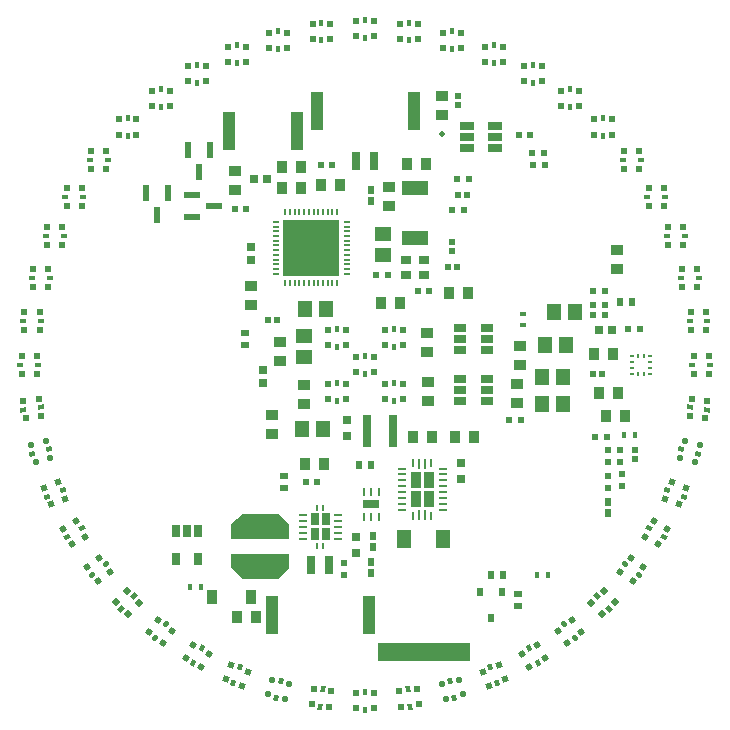
<source format=gtp>
G04 Layer_Color=8421504*
%FSLAX25Y25*%
%MOIN*%
G70*
G01*
G75*
%ADD10R,0.01969X0.01969*%
%ADD11R,0.01575X0.01969*%
%ADD12R,0.01969X0.01969*%
%ADD13R,0.01969X0.01575*%
%ADD14P,0.02784X4X322.5*%
G04:AMPARAMS|DCode=15|XSize=15.75mil|YSize=19.69mil|CornerRadius=0mil|HoleSize=0mil|Usage=FLASHONLY|Rotation=277.500|XOffset=0mil|YOffset=0mil|HoleType=Round|Shape=Rectangle|*
%AMROTATEDRECTD15*
4,1,4,-0.01079,0.00652,0.00873,0.00909,0.01079,-0.00652,-0.00873,-0.00909,-0.01079,0.00652,0.0*
%
%ADD15ROTATEDRECTD15*%

%ADD16P,0.02784X4X330.0*%
G04:AMPARAMS|DCode=17|XSize=15.75mil|YSize=19.69mil|CornerRadius=0mil|HoleSize=0mil|Usage=FLASHONLY|Rotation=285.000|XOffset=0mil|YOffset=0mil|HoleType=Round|Shape=Rectangle|*
%AMROTATEDRECTD17*
4,1,4,-0.01155,0.00506,0.00747,0.01015,0.01155,-0.00506,-0.00747,-0.01015,-0.01155,0.00506,0.0*
%
%ADD17ROTATEDRECTD17*%

%ADD18P,0.02784X4X337.5*%
G04:AMPARAMS|DCode=19|XSize=15.75mil|YSize=19.69mil|CornerRadius=0mil|HoleSize=0mil|Usage=FLASHONLY|Rotation=292.500|XOffset=0mil|YOffset=0mil|HoleType=Round|Shape=Rectangle|*
%AMROTATEDRECTD19*
4,1,4,-0.01211,0.00351,0.00608,0.01104,0.01211,-0.00351,-0.00608,-0.01104,-0.01211,0.00351,0.0*
%
%ADD19ROTATEDRECTD19*%

%ADD20P,0.02784X4X345.0*%
G04:AMPARAMS|DCode=21|XSize=15.75mil|YSize=19.69mil|CornerRadius=0mil|HoleSize=0mil|Usage=FLASHONLY|Rotation=300.000|XOffset=0mil|YOffset=0mil|HoleType=Round|Shape=Rectangle|*
%AMROTATEDRECTD21*
4,1,4,-0.01246,0.00190,0.00459,0.01174,0.01246,-0.00190,-0.00459,-0.01174,-0.01246,0.00190,0.0*
%
%ADD21ROTATEDRECTD21*%

%ADD22P,0.02784X4X352.5*%
G04:AMPARAMS|DCode=23|XSize=15.75mil|YSize=19.69mil|CornerRadius=0mil|HoleSize=0mil|Usage=FLASHONLY|Rotation=307.500|XOffset=0mil|YOffset=0mil|HoleType=Round|Shape=Rectangle|*
%AMROTATEDRECTD23*
4,1,4,-0.01260,0.00026,0.00302,0.01224,0.01260,-0.00026,-0.00302,-0.01224,-0.01260,0.00026,0.0*
%
%ADD23ROTATEDRECTD23*%

%ADD24P,0.02784X4X360.0*%
G04:AMPARAMS|DCode=25|XSize=15.75mil|YSize=19.69mil|CornerRadius=0mil|HoleSize=0mil|Usage=FLASHONLY|Rotation=315.000|XOffset=0mil|YOffset=0mil|HoleType=Round|Shape=Rectangle|*
%AMROTATEDRECTD25*
4,1,4,-0.01253,-0.00139,0.00139,0.01253,0.01253,0.00139,-0.00139,-0.01253,-0.01253,-0.00139,0.0*
%
%ADD25ROTATEDRECTD25*%

%ADD26P,0.02784X4X367.5*%
G04:AMPARAMS|DCode=27|XSize=15.75mil|YSize=19.69mil|CornerRadius=0mil|HoleSize=0mil|Usage=FLASHONLY|Rotation=322.500|XOffset=0mil|YOffset=0mil|HoleType=Round|Shape=Rectangle|*
%AMROTATEDRECTD27*
4,1,4,-0.01224,-0.00302,-0.00026,0.01260,0.01224,0.00302,0.00026,-0.01260,-0.01224,-0.00302,0.0*
%
%ADD27ROTATEDRECTD27*%

%ADD28P,0.02784X4X375.0*%
G04:AMPARAMS|DCode=29|XSize=15.75mil|YSize=19.69mil|CornerRadius=0mil|HoleSize=0mil|Usage=FLASHONLY|Rotation=330.000|XOffset=0mil|YOffset=0mil|HoleType=Round|Shape=Rectangle|*
%AMROTATEDRECTD29*
4,1,4,-0.01174,-0.00459,-0.00190,0.01246,0.01174,0.00459,0.00190,-0.01246,-0.01174,-0.00459,0.0*
%
%ADD29ROTATEDRECTD29*%

%ADD30P,0.02784X4X382.5*%
G04:AMPARAMS|DCode=31|XSize=15.75mil|YSize=19.69mil|CornerRadius=0mil|HoleSize=0mil|Usage=FLASHONLY|Rotation=337.500|XOffset=0mil|YOffset=0mil|HoleType=Round|Shape=Rectangle|*
%AMROTATEDRECTD31*
4,1,4,-0.01104,-0.00608,-0.00351,0.01211,0.01104,0.00608,0.00351,-0.01211,-0.01104,-0.00608,0.0*
%
%ADD31ROTATEDRECTD31*%

%ADD32P,0.02784X4X390.0*%
G04:AMPARAMS|DCode=33|XSize=15.75mil|YSize=19.69mil|CornerRadius=0mil|HoleSize=0mil|Usage=FLASHONLY|Rotation=345.000|XOffset=0mil|YOffset=0mil|HoleType=Round|Shape=Rectangle|*
%AMROTATEDRECTD33*
4,1,4,-0.01015,-0.00747,-0.00506,0.01155,0.01015,0.00747,0.00506,-0.01155,-0.01015,-0.00747,0.0*
%
%ADD33ROTATEDRECTD33*%

%ADD34P,0.02784X4X397.5*%
G04:AMPARAMS|DCode=35|XSize=15.75mil|YSize=19.69mil|CornerRadius=0mil|HoleSize=0mil|Usage=FLASHONLY|Rotation=352.500|XOffset=0mil|YOffset=0mil|HoleType=Round|Shape=Rectangle|*
%AMROTATEDRECTD35*
4,1,4,-0.00909,-0.00873,-0.00652,0.01079,0.00909,0.00873,0.00652,-0.01079,-0.00909,-0.00873,0.0*
%
%ADD35ROTATEDRECTD35*%

%ADD36P,0.02784X4X52.5*%
G04:AMPARAMS|DCode=37|XSize=15.75mil|YSize=19.69mil|CornerRadius=0mil|HoleSize=0mil|Usage=FLASHONLY|Rotation=7.500|XOffset=0mil|YOffset=0mil|HoleType=Round|Shape=Rectangle|*
%AMROTATEDRECTD37*
4,1,4,-0.00652,-0.01079,-0.00909,0.00873,0.00652,0.01079,0.00909,-0.00873,-0.00652,-0.01079,0.0*
%
%ADD37ROTATEDRECTD37*%

%ADD38P,0.02784X4X60.0*%
G04:AMPARAMS|DCode=39|XSize=15.75mil|YSize=19.69mil|CornerRadius=0mil|HoleSize=0mil|Usage=FLASHONLY|Rotation=15.000|XOffset=0mil|YOffset=0mil|HoleType=Round|Shape=Rectangle|*
%AMROTATEDRECTD39*
4,1,4,-0.00506,-0.01155,-0.01015,0.00747,0.00506,0.01155,0.01015,-0.00747,-0.00506,-0.01155,0.0*
%
%ADD39ROTATEDRECTD39*%

%ADD40P,0.02784X4X67.5*%
G04:AMPARAMS|DCode=41|XSize=15.75mil|YSize=19.69mil|CornerRadius=0mil|HoleSize=0mil|Usage=FLASHONLY|Rotation=22.500|XOffset=0mil|YOffset=0mil|HoleType=Round|Shape=Rectangle|*
%AMROTATEDRECTD41*
4,1,4,-0.00351,-0.01211,-0.01104,0.00608,0.00351,0.01211,0.01104,-0.00608,-0.00351,-0.01211,0.0*
%
%ADD41ROTATEDRECTD41*%

%ADD42P,0.02784X4X75.0*%
G04:AMPARAMS|DCode=43|XSize=15.75mil|YSize=19.69mil|CornerRadius=0mil|HoleSize=0mil|Usage=FLASHONLY|Rotation=30.000|XOffset=0mil|YOffset=0mil|HoleType=Round|Shape=Rectangle|*
%AMROTATEDRECTD43*
4,1,4,-0.00190,-0.01246,-0.01174,0.00459,0.00190,0.01246,0.01174,-0.00459,-0.00190,-0.01246,0.0*
%
%ADD43ROTATEDRECTD43*%

%ADD44P,0.02784X4X82.5*%
G04:AMPARAMS|DCode=45|XSize=15.75mil|YSize=19.69mil|CornerRadius=0mil|HoleSize=0mil|Usage=FLASHONLY|Rotation=37.500|XOffset=0mil|YOffset=0mil|HoleType=Round|Shape=Rectangle|*
%AMROTATEDRECTD45*
4,1,4,-0.00026,-0.01260,-0.01224,0.00302,0.00026,0.01260,0.01224,-0.00302,-0.00026,-0.01260,0.0*
%
%ADD45ROTATEDRECTD45*%

%ADD46P,0.02784X4X127.5*%
G04:AMPARAMS|DCode=47|XSize=15.75mil|YSize=19.69mil|CornerRadius=0mil|HoleSize=0mil|Usage=FLASHONLY|Rotation=82.500|XOffset=0mil|YOffset=0mil|HoleType=Round|Shape=Rectangle|*
%AMROTATEDRECTD47*
4,1,4,0.00873,-0.00909,-0.01079,-0.00652,-0.00873,0.00909,0.01079,0.00652,0.00873,-0.00909,0.0*
%
%ADD47ROTATEDRECTD47*%

%ADD48P,0.02784X4X120.0*%
G04:AMPARAMS|DCode=49|XSize=15.75mil|YSize=19.69mil|CornerRadius=0mil|HoleSize=0mil|Usage=FLASHONLY|Rotation=75.000|XOffset=0mil|YOffset=0mil|HoleType=Round|Shape=Rectangle|*
%AMROTATEDRECTD49*
4,1,4,0.00747,-0.01015,-0.01155,-0.00506,-0.00747,0.01015,0.01155,0.00506,0.00747,-0.01015,0.0*
%
%ADD49ROTATEDRECTD49*%

%ADD50P,0.02784X4X112.5*%
G04:AMPARAMS|DCode=51|XSize=15.75mil|YSize=19.69mil|CornerRadius=0mil|HoleSize=0mil|Usage=FLASHONLY|Rotation=67.500|XOffset=0mil|YOffset=0mil|HoleType=Round|Shape=Rectangle|*
%AMROTATEDRECTD51*
4,1,4,0.00608,-0.01104,-0.01211,-0.00351,-0.00608,0.01104,0.01211,0.00351,0.00608,-0.01104,0.0*
%
%ADD51ROTATEDRECTD51*%

%ADD52P,0.02784X4X105.0*%
G04:AMPARAMS|DCode=53|XSize=15.75mil|YSize=19.69mil|CornerRadius=0mil|HoleSize=0mil|Usage=FLASHONLY|Rotation=60.000|XOffset=0mil|YOffset=0mil|HoleType=Round|Shape=Rectangle|*
%AMROTATEDRECTD53*
4,1,4,0.00459,-0.01174,-0.01246,-0.00190,-0.00459,0.01174,0.01246,0.00190,0.00459,-0.01174,0.0*
%
%ADD53ROTATEDRECTD53*%

%ADD54P,0.02784X4X97.5*%
G04:AMPARAMS|DCode=55|XSize=15.75mil|YSize=19.69mil|CornerRadius=0mil|HoleSize=0mil|Usage=FLASHONLY|Rotation=52.500|XOffset=0mil|YOffset=0mil|HoleType=Round|Shape=Rectangle|*
%AMROTATEDRECTD55*
4,1,4,0.00302,-0.01224,-0.01260,-0.00026,-0.00302,0.01224,0.01260,0.00026,0.00302,-0.01224,0.0*
%
%ADD55ROTATEDRECTD55*%

%ADD56P,0.02784X4X90.0*%
G04:AMPARAMS|DCode=57|XSize=15.75mil|YSize=19.69mil|CornerRadius=0mil|HoleSize=0mil|Usage=FLASHONLY|Rotation=45.000|XOffset=0mil|YOffset=0mil|HoleType=Round|Shape=Rectangle|*
%AMROTATEDRECTD57*
4,1,4,0.00139,-0.01253,-0.01253,0.00139,-0.00139,0.01253,0.01253,-0.00139,0.00139,-0.01253,0.0*
%
%ADD57ROTATEDRECTD57*%

%ADD58R,0.02362X0.02953*%
%ADD59R,0.02165X0.02559*%
%ADD60R,0.02559X0.02165*%
%ADD62R,0.02362X0.05512*%
%ADD63O,0.00787X0.02559*%
%ADD64O,0.02559X0.00787*%
%ADD65R,0.18504X0.18504*%
%ADD66R,0.05512X0.02362*%
%ADD67R,0.04528X0.05709*%
%ADD68R,0.05709X0.04528*%
%ADD69R,0.08661X0.05118*%
%ADD70R,0.03543X0.03937*%
%ADD71R,0.03937X0.03543*%
%ADD72R,0.03937X0.12795*%
%ADD73R,0.02756X0.05906*%
%ADD74R,0.04134X0.12795*%
%ADD75R,0.02559X0.04331*%
%ADD76R,0.02953X0.02559*%
%ADD77R,0.02047X0.02047*%
%ADD78R,0.02559X0.02953*%
%ADD79R,0.02165X0.01772*%
%ADD80R,0.02362X0.02362*%
%ADD81R,0.02362X0.02362*%
%ADD82R,0.03150X0.10630*%
%ADD83R,0.02441X0.02441*%
%ADD84R,0.04528X0.05906*%
%ADD85R,0.30709X0.05906*%
%ADD90R,0.01772X0.02165*%
%ADD91R,0.03937X0.03937*%
%ADD92R,0.03583X0.04803*%
%ADD93R,0.02047X0.02047*%
%ADD94R,0.05118X0.02756*%
%ADD95O,0.01476X0.00984*%
%ADD96O,0.00984X0.01476*%
%ADD97C,0.01969*%
%ADD101R,0.01969X0.02362*%
%ADD102R,0.02362X0.01969*%
%ADD103R,0.01969X0.02559*%
%ADD104R,0.03150X0.02953*%
%ADD105R,0.03543X0.02953*%
%ADD106R,0.04134X0.02559*%
%ADD122R,0.03228X0.05197*%
%ADD123R,0.03228X0.05197*%
%ADD124R,0.00906X0.03543*%
%ADD125R,0.02677X0.04134*%
%ADD126R,0.01024X0.01969*%
%ADD127R,0.05512X0.03150*%
%ADD128O,0.03150X0.00906*%
%ADD129O,0.00906X0.03150*%
%ADD130R,0.00984X0.02559*%
%ADD131R,0.02362X0.00000*%
G36*
X-25354Y-67783D02*
X-29094Y-71327D01*
X-40905D01*
X-44646Y-67783D01*
Y-63059D01*
X-25354D01*
Y-67783D01*
D02*
G37*
G36*
Y-53216D02*
Y-57941D01*
X-44646D01*
Y-53216D01*
X-40905Y-49673D01*
X-29094D01*
X-25354Y-53216D01*
D02*
G37*
D10*
X-12453Y11559D02*
D03*
X-6547D02*
D03*
X-12453Y6441D02*
D03*
X-6547D02*
D03*
X6547Y11559D02*
D03*
X12453D02*
D03*
X6547Y6441D02*
D03*
X12453D02*
D03*
X-2953Y2559D02*
D03*
X2953D02*
D03*
X-2953Y-2559D02*
D03*
X2953D02*
D03*
X-6547Y-11559D02*
D03*
X-12453D02*
D03*
X-6547Y-6441D02*
D03*
X-12453D02*
D03*
X12453Y-11559D02*
D03*
X6547D02*
D03*
X12453Y-6441D02*
D03*
X6547D02*
D03*
X-11667Y108491D02*
D03*
X-17573Y108491D02*
D03*
X-11667Y113609D02*
D03*
X-17573Y113609D02*
D03*
X-26037Y105632D02*
D03*
X-31942Y105632D02*
D03*
X-26037Y110750D02*
D03*
X-31942Y110750D02*
D03*
X-39911Y100923D02*
D03*
X-45816Y100923D02*
D03*
X-39911Y106041D02*
D03*
X-45816Y106041D02*
D03*
X-53051Y94443D02*
D03*
X-58957D02*
D03*
X-53051Y99561D02*
D03*
X-58957Y99561D02*
D03*
X-65233Y86303D02*
D03*
X-71139Y86303D02*
D03*
X-65233Y91421D02*
D03*
X-71139Y91421D02*
D03*
X-76249Y76643D02*
D03*
X-82154D02*
D03*
X-76249Y81761D02*
D03*
X-82154D02*
D03*
X-2953Y-109449D02*
D03*
X2953D02*
D03*
X-2953Y-114567D02*
D03*
X2953D02*
D03*
Y109449D02*
D03*
X-2953D02*
D03*
X2953Y114567D02*
D03*
X-2953D02*
D03*
X17573Y108491D02*
D03*
X11667Y108491D02*
D03*
X17573Y113609D02*
D03*
X11667Y113609D02*
D03*
X31942Y105632D02*
D03*
X26037Y105632D02*
D03*
X31942Y110750D02*
D03*
X26037Y110750D02*
D03*
X45816Y100923D02*
D03*
X39911Y100923D02*
D03*
X45816Y106041D02*
D03*
X39911Y106041D02*
D03*
X58957Y94443D02*
D03*
X53051D02*
D03*
X58957Y99561D02*
D03*
X53051Y99561D02*
D03*
X71139Y86303D02*
D03*
X65233Y86303D02*
D03*
X71139Y91421D02*
D03*
X65233Y91421D02*
D03*
X82154Y76643D02*
D03*
X76249D02*
D03*
X82154Y81761D02*
D03*
X76249D02*
D03*
D11*
X-9500Y11953D02*
D03*
Y6047D02*
D03*
X9500Y11953D02*
D03*
Y6047D02*
D03*
X0Y2953D02*
D03*
Y-2953D02*
D03*
X-9500Y-11953D02*
D03*
Y-6047D02*
D03*
X9500Y-11953D02*
D03*
Y-6047D02*
D03*
X-14620Y108097D02*
D03*
X-14620Y114003D02*
D03*
X-28990Y105239D02*
D03*
X-28990Y111144D02*
D03*
X-42864Y100529D02*
D03*
X-42864Y106435D02*
D03*
X-56004Y94049D02*
D03*
Y99954D02*
D03*
X-68186Y85909D02*
D03*
X-68186Y91815D02*
D03*
X-79202Y76249D02*
D03*
Y82154D02*
D03*
X0Y-109055D02*
D03*
Y-114961D02*
D03*
Y109055D02*
D03*
Y114961D02*
D03*
X14620Y108097D02*
D03*
X14620Y114003D02*
D03*
X28990Y105239D02*
D03*
X28990Y111144D02*
D03*
X42864Y100529D02*
D03*
X42864Y106435D02*
D03*
X56004Y94049D02*
D03*
Y99954D02*
D03*
X68186Y85909D02*
D03*
X68186Y91815D02*
D03*
X79202Y76249D02*
D03*
Y82154D02*
D03*
D12*
X-86303Y71139D02*
D03*
X-86303Y65233D02*
D03*
X-91421Y71139D02*
D03*
X-91421Y65233D02*
D03*
X-94443Y58957D02*
D03*
Y53051D02*
D03*
X-99561Y58957D02*
D03*
X-99561Y53051D02*
D03*
X-100923Y45816D02*
D03*
X-100923Y39911D02*
D03*
X-106041Y45816D02*
D03*
X-106041Y39911D02*
D03*
X-105632Y31942D02*
D03*
X-105632Y26037D02*
D03*
X-110750Y31942D02*
D03*
X-110750Y26037D02*
D03*
X-108491Y17573D02*
D03*
X-108491Y11667D02*
D03*
X-113609Y17573D02*
D03*
X-113609Y11667D02*
D03*
X-109449Y2953D02*
D03*
Y-2953D02*
D03*
X-114567Y2953D02*
D03*
Y-2953D02*
D03*
X86303Y65233D02*
D03*
X86303Y71139D02*
D03*
X91421Y65233D02*
D03*
X91421Y71139D02*
D03*
X94443Y53051D02*
D03*
Y58957D02*
D03*
X99561Y53051D02*
D03*
X99561Y58957D02*
D03*
X100923Y39911D02*
D03*
X100923Y45816D02*
D03*
X106041Y39911D02*
D03*
X106041Y45816D02*
D03*
X105632Y26037D02*
D03*
X105632Y31942D02*
D03*
X110750Y26037D02*
D03*
X110750Y31942D02*
D03*
X108491Y11667D02*
D03*
X108491Y17573D02*
D03*
X113609Y11667D02*
D03*
X113609Y17573D02*
D03*
X109449Y-2953D02*
D03*
Y2953D02*
D03*
X114567Y-2953D02*
D03*
Y2953D02*
D03*
D13*
X-85909Y68186D02*
D03*
X-91815Y68186D02*
D03*
X-94049Y56004D02*
D03*
X-99954D02*
D03*
X-100529Y42864D02*
D03*
X-106435Y42864D02*
D03*
X-105239Y28990D02*
D03*
X-111144Y28990D02*
D03*
X-108097Y14620D02*
D03*
X-114003Y14620D02*
D03*
X-109055Y0D02*
D03*
X-114961D02*
D03*
X85909Y68186D02*
D03*
X91815Y68186D02*
D03*
X94049Y56004D02*
D03*
X99954D02*
D03*
X100529Y42864D02*
D03*
X106435Y42864D02*
D03*
X105239Y28990D02*
D03*
X111144Y28990D02*
D03*
X108097Y14620D02*
D03*
X114003Y14620D02*
D03*
X109055Y0D02*
D03*
X114961D02*
D03*
D14*
X-108898Y-11358D02*
D03*
X-108127Y-17213D02*
D03*
X-113972Y-12026D02*
D03*
X-113201Y-17881D02*
D03*
D15*
X-108122Y-14235D02*
D03*
X-113977Y-15005D02*
D03*
D16*
X-106484Y-25475D02*
D03*
X-104955Y-31180D02*
D03*
X-111427Y-26800D02*
D03*
X-109899Y-32504D02*
D03*
D17*
X-105339Y-28226D02*
D03*
X-111043Y-29754D02*
D03*
D18*
X-102247Y-39156D02*
D03*
X-99988Y-44612D02*
D03*
X-106976Y-41115D02*
D03*
X-104716Y-46571D02*
D03*
D19*
X-100754Y-41734D02*
D03*
X-106210Y-43994D02*
D03*
D20*
X-96262Y-52167D02*
D03*
X-93309Y-57282D02*
D03*
X-100694Y-54726D02*
D03*
X-97741Y-59841D02*
D03*
D21*
X-94444Y-54528D02*
D03*
X-99559Y-57480D02*
D03*
D22*
X-88629Y-64286D02*
D03*
X-85034Y-68971D02*
D03*
X-92690Y-67401D02*
D03*
X-89095Y-72087D02*
D03*
D23*
X-86519Y-66389D02*
D03*
X-91204Y-69984D02*
D03*
D24*
X-79480Y-75304D02*
D03*
X-75304Y-79480D02*
D03*
X-83099Y-78923D02*
D03*
X-78923Y-83099D02*
D03*
D25*
X-77114Y-77114D02*
D03*
X-81289Y-81289D02*
D03*
D26*
X-68971Y-85034D02*
D03*
X-64286Y-88629D02*
D03*
X-72087Y-89095D02*
D03*
X-67401Y-92690D02*
D03*
D27*
X-66389Y-86519D02*
D03*
X-69984Y-91204D02*
D03*
D28*
X-57282Y-93309D02*
D03*
X-52167Y-96262D02*
D03*
X-59841Y-97741D02*
D03*
X-54726Y-100694D02*
D03*
D29*
X-54528Y-94444D02*
D03*
X-57480Y-99559D02*
D03*
D30*
X-44612Y-99988D02*
D03*
X-39156Y-102247D02*
D03*
X-46571Y-104716D02*
D03*
X-41115Y-106976D02*
D03*
D31*
X-41734Y-100754D02*
D03*
X-43994Y-106210D02*
D03*
D32*
X-31180Y-104955D02*
D03*
X-25475Y-106484D02*
D03*
X-32504Y-109899D02*
D03*
X-26800Y-111427D02*
D03*
D33*
X-28226Y-105339D02*
D03*
X-29754Y-111043D02*
D03*
D34*
X-17213Y-108127D02*
D03*
X-11358Y-108898D02*
D03*
X-17881Y-113201D02*
D03*
X-12026Y-113972D02*
D03*
D35*
X-14235Y-108122D02*
D03*
X-15005Y-113977D02*
D03*
D36*
X11358Y-108898D02*
D03*
X17213Y-108127D02*
D03*
X12026Y-113972D02*
D03*
X17881Y-113201D02*
D03*
D37*
X14235Y-108122D02*
D03*
X15005Y-113977D02*
D03*
D38*
X25475Y-106484D02*
D03*
X31180Y-104955D02*
D03*
X26800Y-111427D02*
D03*
X32504Y-109899D02*
D03*
D39*
X28226Y-105339D02*
D03*
X29754Y-111043D02*
D03*
D40*
X39156Y-102247D02*
D03*
X44612Y-99988D02*
D03*
X41115Y-106976D02*
D03*
X46571Y-104716D02*
D03*
D41*
X41734Y-100754D02*
D03*
X43994Y-106210D02*
D03*
D42*
X52167Y-96262D02*
D03*
X57282Y-93309D02*
D03*
X54726Y-100694D02*
D03*
X59841Y-97741D02*
D03*
D43*
X54528Y-94444D02*
D03*
X57480Y-99559D02*
D03*
D44*
X64286Y-88629D02*
D03*
X68971Y-85034D02*
D03*
X67401Y-92690D02*
D03*
X72087Y-89095D02*
D03*
D45*
X66389Y-86519D02*
D03*
X69984Y-91204D02*
D03*
D46*
X108127Y-17213D02*
D03*
X108898Y-11358D02*
D03*
X113201Y-17881D02*
D03*
X113972Y-12026D02*
D03*
D47*
X108122Y-14235D02*
D03*
X113977Y-15005D02*
D03*
D48*
X104955Y-31180D02*
D03*
X106484Y-25475D02*
D03*
X109899Y-32504D02*
D03*
X111427Y-26800D02*
D03*
D49*
X105339Y-28226D02*
D03*
X111043Y-29754D02*
D03*
D50*
X99988Y-44612D02*
D03*
X102247Y-39156D02*
D03*
X104716Y-46571D02*
D03*
X106976Y-41115D02*
D03*
D51*
X100754Y-41734D02*
D03*
X106210Y-43994D02*
D03*
D52*
X93309Y-57282D02*
D03*
X96262Y-52167D02*
D03*
X97741Y-59841D02*
D03*
X100694Y-54726D02*
D03*
D53*
X94444Y-54528D02*
D03*
X99559Y-57480D02*
D03*
D54*
X85034Y-68971D02*
D03*
X88629Y-64286D02*
D03*
X89095Y-72087D02*
D03*
X92690Y-67401D02*
D03*
D55*
X86519Y-66389D02*
D03*
X91204Y-69984D02*
D03*
D56*
X75304Y-79480D02*
D03*
X79480Y-75304D02*
D03*
X78923Y-83099D02*
D03*
X83099Y-78923D02*
D03*
D57*
X77114Y-77114D02*
D03*
X81289Y-81289D02*
D03*
D58*
X45740Y-75669D02*
D03*
X38260D02*
D03*
X42000Y-84331D02*
D03*
D59*
X45968Y-70000D02*
D03*
X42031D02*
D03*
X1969Y-33500D02*
D03*
X-1969D02*
D03*
X88968Y21000D02*
D03*
X85031D02*
D03*
D60*
X51000Y-76531D02*
D03*
Y-80468D02*
D03*
X-27000Y-37031D02*
D03*
Y-40968D02*
D03*
X-40000Y10469D02*
D03*
Y6532D02*
D03*
D62*
X-55500Y64260D02*
D03*
X-59240Y71740D02*
D03*
X-51760D02*
D03*
X-69500Y49760D02*
D03*
X-73240Y57240D02*
D03*
X-65760D02*
D03*
D63*
X-9339Y50909D02*
D03*
X-10913D02*
D03*
X-12488D02*
D03*
X-14063D02*
D03*
X-15638D02*
D03*
X-17213D02*
D03*
X-18787D02*
D03*
X-20362D02*
D03*
X-21937D02*
D03*
X-23512D02*
D03*
X-25087D02*
D03*
X-26661D02*
D03*
Y27091D02*
D03*
X-25087D02*
D03*
X-23512D02*
D03*
X-21937D02*
D03*
X-20362D02*
D03*
X-18787D02*
D03*
X-17213D02*
D03*
X-15638D02*
D03*
X-14063D02*
D03*
X-12488D02*
D03*
X-10913D02*
D03*
X-9339D02*
D03*
D64*
X-29909Y47661D02*
D03*
Y46087D02*
D03*
Y44512D02*
D03*
Y42937D02*
D03*
Y41362D02*
D03*
Y39787D02*
D03*
Y38213D02*
D03*
Y36638D02*
D03*
Y35063D02*
D03*
Y33488D02*
D03*
Y31913D02*
D03*
Y30339D02*
D03*
X-6091D02*
D03*
Y31913D02*
D03*
Y33488D02*
D03*
Y35063D02*
D03*
Y36638D02*
D03*
Y38213D02*
D03*
Y39787D02*
D03*
Y41362D02*
D03*
Y42937D02*
D03*
Y44512D02*
D03*
Y46087D02*
D03*
Y47661D02*
D03*
D65*
X-18000Y39000D02*
D03*
D66*
X-50260Y53000D02*
D03*
X-57740Y49260D02*
D03*
Y56740D02*
D03*
D67*
X-21043Y-21500D02*
D03*
X-13957D02*
D03*
X62957Y17500D02*
D03*
X70043D02*
D03*
X58957Y-4000D02*
D03*
X66043D02*
D03*
X-20043Y18500D02*
D03*
X-12957D02*
D03*
X67043Y6500D02*
D03*
X59957D02*
D03*
X66043Y-13000D02*
D03*
X58957D02*
D03*
D68*
X6000Y36457D02*
D03*
Y43543D02*
D03*
X-20500Y2457D02*
D03*
Y9543D02*
D03*
D69*
X16500Y42232D02*
D03*
Y58768D02*
D03*
D70*
X5350Y20500D02*
D03*
X11650D02*
D03*
X80350Y-17000D02*
D03*
X86650D02*
D03*
X15850Y-24000D02*
D03*
X22150D02*
D03*
X-20150Y-33000D02*
D03*
X-13850D02*
D03*
X27850Y24000D02*
D03*
X34150D02*
D03*
X77850Y-9500D02*
D03*
X84150D02*
D03*
X36150Y-24000D02*
D03*
X29850D02*
D03*
X20150Y67000D02*
D03*
X13850D02*
D03*
X82650Y3500D02*
D03*
X76350D02*
D03*
X-21350Y59000D02*
D03*
X-27650D02*
D03*
X-8350Y60000D02*
D03*
X-14650D02*
D03*
X-42650Y-84000D02*
D03*
X-36350D02*
D03*
X-21350Y66000D02*
D03*
X-27650D02*
D03*
D71*
X-31000Y-23150D02*
D03*
Y-16850D02*
D03*
X84000Y31850D02*
D03*
Y38150D02*
D03*
X21000Y-12150D02*
D03*
Y-5850D02*
D03*
X20500Y4350D02*
D03*
Y10650D02*
D03*
X51500Y-150D02*
D03*
Y6150D02*
D03*
X50500Y-12650D02*
D03*
Y-6350D02*
D03*
X-20500Y-6850D02*
D03*
Y-13150D02*
D03*
X-38000Y26150D02*
D03*
Y19850D02*
D03*
X-43500Y64650D02*
D03*
Y58350D02*
D03*
X8000Y59150D02*
D03*
Y52850D02*
D03*
X-28500Y7650D02*
D03*
Y1350D02*
D03*
X25500Y89650D02*
D03*
Y83350D02*
D03*
D72*
X16142Y84500D02*
D03*
X-16142D02*
D03*
X-31142Y-83500D02*
D03*
X1142D02*
D03*
D73*
X2953Y67768D02*
D03*
X-2953D02*
D03*
X-17953Y-66768D02*
D03*
X-12047D02*
D03*
D74*
X-22583Y78000D02*
D03*
X-45417D02*
D03*
D75*
X-55760Y-55276D02*
D03*
X-59500D02*
D03*
X-63240D02*
D03*
Y-64724D02*
D03*
X-55760D02*
D03*
D76*
X-34000Y-6165D02*
D03*
Y-1835D02*
D03*
X-38000Y34835D02*
D03*
Y39165D02*
D03*
D77*
X79075Y-3000D02*
D03*
X75925D02*
D03*
X30575Y32500D02*
D03*
X27425D02*
D03*
X34075Y56500D02*
D03*
X30925D02*
D03*
X-29425Y15000D02*
D03*
X-32575D02*
D03*
D78*
X-37165Y62000D02*
D03*
X-32835D02*
D03*
X77835Y11500D02*
D03*
X82165D02*
D03*
D79*
X52500Y16772D02*
D03*
Y13228D02*
D03*
D80*
X60067Y66500D02*
D03*
X55933D02*
D03*
X34567Y62000D02*
D03*
X30433D02*
D03*
X33067Y51500D02*
D03*
X28933D02*
D03*
X59567Y70500D02*
D03*
X55433D02*
D03*
X52067Y-18500D02*
D03*
X47933D02*
D03*
X80567Y-24000D02*
D03*
X76433D02*
D03*
X91567Y12000D02*
D03*
X87433D02*
D03*
D81*
X85000Y-28433D02*
D03*
Y-32567D02*
D03*
D82*
X669Y-22000D02*
D03*
X9331D02*
D03*
D83*
X21272Y24500D02*
D03*
X17728D02*
D03*
X-16228Y-39000D02*
D03*
X-19772D02*
D03*
X-11228Y66500D02*
D03*
X-14772D02*
D03*
X54772Y76500D02*
D03*
X51228D02*
D03*
X-39728Y52000D02*
D03*
X-43272D02*
D03*
D84*
X25996Y-58181D02*
D03*
X13004D02*
D03*
D85*
X19500Y-95780D02*
D03*
D90*
X89772Y-23500D02*
D03*
X86228D02*
D03*
X60772Y-70000D02*
D03*
X57228D02*
D03*
X-54728Y-74000D02*
D03*
X-58272D02*
D03*
D91*
X-35000Y-53807D02*
D03*
Y-67193D02*
D03*
D92*
X-50937Y-77500D02*
D03*
X-38063D02*
D03*
D93*
X29000Y41075D02*
D03*
Y37925D02*
D03*
X31000Y86425D02*
D03*
Y89575D02*
D03*
X90000Y-28425D02*
D03*
Y-31575D02*
D03*
D94*
X33776Y72260D02*
D03*
Y76000D02*
D03*
Y79740D02*
D03*
X43224D02*
D03*
Y76000D02*
D03*
Y72260D02*
D03*
D95*
X94953Y2953D02*
D03*
Y984D02*
D03*
Y-984D02*
D03*
Y-2953D02*
D03*
X89047D02*
D03*
Y-984D02*
D03*
Y984D02*
D03*
Y2953D02*
D03*
D96*
X92984Y-2953D02*
D03*
X91016D02*
D03*
Y2953D02*
D03*
X92984D02*
D03*
D97*
X25500Y77000D02*
D03*
D101*
X85500Y-36531D02*
D03*
Y-40468D02*
D03*
X81000Y-28532D02*
D03*
Y-32469D02*
D03*
X-7000Y-66031D02*
D03*
Y-69968D02*
D03*
X81000Y-37031D02*
D03*
Y-40968D02*
D03*
D102*
X79969Y16500D02*
D03*
X76032D02*
D03*
X79969Y24500D02*
D03*
X76032D02*
D03*
X7468Y30000D02*
D03*
X3531D02*
D03*
X79969Y20000D02*
D03*
X76032D02*
D03*
D103*
X81000Y-45630D02*
D03*
Y-49370D02*
D03*
X2000Y58370D02*
D03*
Y54630D02*
D03*
X2500Y-57130D02*
D03*
Y-60870D02*
D03*
X2000Y-65630D02*
D03*
Y-69370D02*
D03*
D104*
X32000Y-38157D02*
D03*
Y-32842D02*
D03*
X-6000Y-23658D02*
D03*
Y-18342D02*
D03*
X-3000Y-57342D02*
D03*
Y-62657D02*
D03*
D105*
X13547Y34961D02*
D03*
X19453D02*
D03*
X13547Y30039D02*
D03*
X19453D02*
D03*
D106*
X40429Y-4760D02*
D03*
Y-8500D02*
D03*
Y-12240D02*
D03*
X31571D02*
D03*
Y-8500D02*
D03*
Y-4760D02*
D03*
Y4760D02*
D03*
Y8500D02*
D03*
Y12240D02*
D03*
X40429D02*
D03*
Y8500D02*
D03*
Y4760D02*
D03*
D122*
X16795Y-44689D02*
D03*
X21204D02*
D03*
D123*
X16795Y-38311D02*
D03*
X21204D02*
D03*
D124*
X17917Y-32937D02*
D03*
Y-50063D02*
D03*
X20082Y-32937D02*
D03*
Y-50063D02*
D03*
D125*
X-16772Y-51500D02*
D03*
X-13228D02*
D03*
Y-56500D02*
D03*
X-16772D02*
D03*
D126*
X-15984Y-47583D02*
D03*
X-14016D02*
D03*
Y-60417D02*
D03*
X-15984D02*
D03*
D127*
X2000Y-46499D02*
D03*
D128*
X25791Y-48389D02*
D03*
Y-46421D02*
D03*
Y-44452D02*
D03*
Y-42484D02*
D03*
Y-40515D02*
D03*
Y-38547D02*
D03*
Y-36578D02*
D03*
Y-34610D02*
D03*
X12208D02*
D03*
Y-36578D02*
D03*
Y-38547D02*
D03*
Y-40515D02*
D03*
Y-42484D02*
D03*
Y-44452D02*
D03*
Y-46421D02*
D03*
Y-48389D02*
D03*
X-20807Y-50063D02*
D03*
Y-52031D02*
D03*
Y-54000D02*
D03*
Y-55968D02*
D03*
Y-57937D02*
D03*
X-9193D02*
D03*
Y-55968D02*
D03*
Y-54000D02*
D03*
Y-52031D02*
D03*
Y-50063D02*
D03*
D129*
X21952Y-32740D02*
D03*
X16047D02*
D03*
Y-50260D02*
D03*
X21952D02*
D03*
D130*
X-559Y-50634D02*
D03*
X2000D02*
D03*
X4559D02*
D03*
Y-42366D02*
D03*
X2000D02*
D03*
X-559D02*
D03*
D131*
X2000Y-46500D02*
D03*
M02*

</source>
